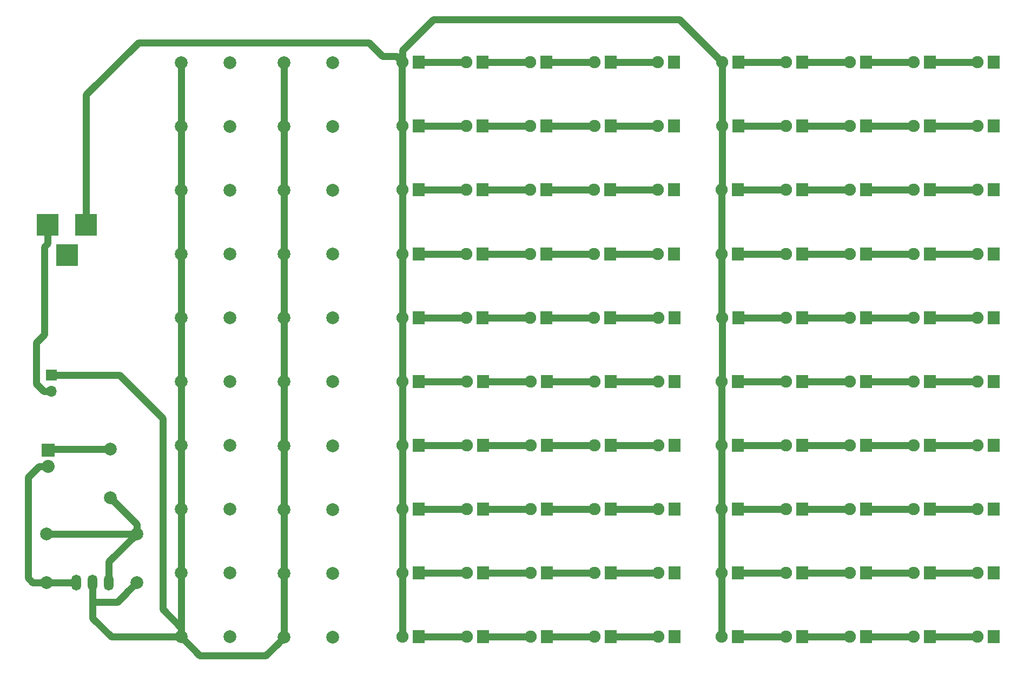
<source format=gbr>
G04 #@! TF.GenerationSoftware,KiCad,Pcbnew,(5.0.0)*
G04 #@! TF.CreationDate,2019-04-16T18:27:59-04:00*
G04 #@! TF.ProjectId,V2 - 2 ,5632202D2032202E6B696361645F7063,rev?*
G04 #@! TF.SameCoordinates,Original*
G04 #@! TF.FileFunction,Copper,L1,Top,Signal*
G04 #@! TF.FilePolarity,Positive*
%FSLAX46Y46*%
G04 Gerber Fmt 4.6, Leading zero omitted, Abs format (unit mm)*
G04 Created by KiCad (PCBNEW (5.0.0)) date 04/16/19 18:27:59*
%MOMM*%
%LPD*%
G01*
G04 APERTURE LIST*
G04 #@! TA.AperFunction,ComponentPad*
%ADD10R,3.500120X3.500120*%
G04 #@! TD*
G04 #@! TA.AperFunction,ComponentPad*
%ADD11R,1.900000X2.000000*%
G04 #@! TD*
G04 #@! TA.AperFunction,ComponentPad*
%ADD12C,1.900000*%
G04 #@! TD*
G04 #@! TA.AperFunction,ComponentPad*
%ADD13R,2.032000X2.032000*%
G04 #@! TD*
G04 #@! TA.AperFunction,ComponentPad*
%ADD14O,2.032000X2.032000*%
G04 #@! TD*
G04 #@! TA.AperFunction,ComponentPad*
%ADD15O,1.501140X2.499360*%
G04 #@! TD*
G04 #@! TA.AperFunction,ComponentPad*
%ADD16C,1.998980*%
G04 #@! TD*
G04 #@! TA.AperFunction,ComponentPad*
%ADD17R,1.700000X1.700000*%
G04 #@! TD*
G04 #@! TA.AperFunction,ComponentPad*
%ADD18O,1.700000X1.700000*%
G04 #@! TD*
G04 #@! TA.AperFunction,Conductor*
%ADD19C,1.100000*%
G04 #@! TD*
G04 APERTURE END LIST*
D10*
G04 #@! TO.P,CON1,1*
G04 #@! TO.N,Net-(CON1-Pad1)*
X74700140Y-64000000D03*
G04 #@! TO.P,CON1,2*
G04 #@! TO.N,GND*
X68700660Y-64000000D03*
G04 #@! TO.P,CON1,3*
G04 #@! TO.N,Net-(CON1-Pad3)*
X71700400Y-68699000D03*
G04 #@! TD*
D11*
G04 #@! TO.P,D1,1*
G04 #@! TO.N,Net-(D1-Pad1)*
X126750000Y-38500000D03*
D12*
G04 #@! TO.P,D1,2*
G04 #@! TO.N,Net-(CON1-Pad1)*
X124210000Y-38500000D03*
G04 #@! TD*
D11*
G04 #@! TO.P,D2,1*
G04 #@! TO.N,Net-(D2-Pad1)*
X136750000Y-38500000D03*
D12*
G04 #@! TO.P,D2,2*
G04 #@! TO.N,Net-(D1-Pad1)*
X134210000Y-38500000D03*
G04 #@! TD*
D11*
G04 #@! TO.P,D3,1*
G04 #@! TO.N,Net-(D3-Pad1)*
X146750000Y-38500000D03*
D12*
G04 #@! TO.P,D3,2*
G04 #@! TO.N,Net-(D2-Pad1)*
X144210000Y-38500000D03*
G04 #@! TD*
D11*
G04 #@! TO.P,D4,1*
G04 #@! TO.N,Net-(D4-Pad1)*
X156790000Y-38500000D03*
D12*
G04 #@! TO.P,D4,2*
G04 #@! TO.N,Net-(D3-Pad1)*
X154250000Y-38500000D03*
G04 #@! TD*
D11*
G04 #@! TO.P,D5,1*
G04 #@! TO.N,Net-(D5-Pad1)*
X166750000Y-38500000D03*
D12*
G04 #@! TO.P,D5,2*
G04 #@! TO.N,Net-(D4-Pad1)*
X164210000Y-38500000D03*
G04 #@! TD*
D11*
G04 #@! TO.P,D6,1*
G04 #@! TO.N,Net-(D6-Pad1)*
X126750000Y-48500000D03*
D12*
G04 #@! TO.P,D6,2*
G04 #@! TO.N,Net-(CON1-Pad1)*
X124210000Y-48500000D03*
G04 #@! TD*
D11*
G04 #@! TO.P,D7,1*
G04 #@! TO.N,Net-(D7-Pad1)*
X136750000Y-48500000D03*
D12*
G04 #@! TO.P,D7,2*
G04 #@! TO.N,Net-(D6-Pad1)*
X134210000Y-48500000D03*
G04 #@! TD*
D11*
G04 #@! TO.P,D8,1*
G04 #@! TO.N,Net-(D8-Pad1)*
X146750000Y-48500000D03*
D12*
G04 #@! TO.P,D8,2*
G04 #@! TO.N,Net-(D7-Pad1)*
X144210000Y-48500000D03*
G04 #@! TD*
D11*
G04 #@! TO.P,D9,1*
G04 #@! TO.N,Net-(D10-Pad2)*
X156790000Y-48500000D03*
D12*
G04 #@! TO.P,D9,2*
G04 #@! TO.N,Net-(D8-Pad1)*
X154250000Y-48500000D03*
G04 #@! TD*
D11*
G04 #@! TO.P,D10,1*
G04 #@! TO.N,Net-(D10-Pad1)*
X166750000Y-48500000D03*
D12*
G04 #@! TO.P,D10,2*
G04 #@! TO.N,Net-(D10-Pad2)*
X164210000Y-48500000D03*
G04 #@! TD*
D11*
G04 #@! TO.P,D11,1*
G04 #@! TO.N,Net-(D11-Pad1)*
X126790000Y-58500000D03*
D12*
G04 #@! TO.P,D11,2*
G04 #@! TO.N,Net-(CON1-Pad1)*
X124250000Y-58500000D03*
G04 #@! TD*
D11*
G04 #@! TO.P,D12,1*
G04 #@! TO.N,Net-(D12-Pad1)*
X136750000Y-58500000D03*
D12*
G04 #@! TO.P,D12,2*
G04 #@! TO.N,Net-(D11-Pad1)*
X134210000Y-58500000D03*
G04 #@! TD*
D11*
G04 #@! TO.P,D13,1*
G04 #@! TO.N,Net-(D13-Pad1)*
X146750000Y-58500000D03*
D12*
G04 #@! TO.P,D13,2*
G04 #@! TO.N,Net-(D12-Pad1)*
X144210000Y-58500000D03*
G04 #@! TD*
D11*
G04 #@! TO.P,D14,1*
G04 #@! TO.N,Net-(D14-Pad1)*
X156750000Y-58500000D03*
D12*
G04 #@! TO.P,D14,2*
G04 #@! TO.N,Net-(D13-Pad1)*
X154210000Y-58500000D03*
G04 #@! TD*
D11*
G04 #@! TO.P,D15,1*
G04 #@! TO.N,Net-(D15-Pad1)*
X166750000Y-58500000D03*
D12*
G04 #@! TO.P,D15,2*
G04 #@! TO.N,Net-(D14-Pad1)*
X164210000Y-58500000D03*
G04 #@! TD*
D11*
G04 #@! TO.P,D16,1*
G04 #@! TO.N,Net-(D16-Pad1)*
X126750000Y-68500000D03*
D12*
G04 #@! TO.P,D16,2*
G04 #@! TO.N,Net-(CON1-Pad1)*
X124210000Y-68500000D03*
G04 #@! TD*
D11*
G04 #@! TO.P,D17,1*
G04 #@! TO.N,Net-(D17-Pad1)*
X136750000Y-68500000D03*
D12*
G04 #@! TO.P,D17,2*
G04 #@! TO.N,Net-(D16-Pad1)*
X134210000Y-68500000D03*
G04 #@! TD*
D11*
G04 #@! TO.P,D18,1*
G04 #@! TO.N,Net-(D18-Pad1)*
X146750000Y-68500000D03*
D12*
G04 #@! TO.P,D18,2*
G04 #@! TO.N,Net-(D17-Pad1)*
X144210000Y-68500000D03*
G04 #@! TD*
D11*
G04 #@! TO.P,D19,1*
G04 #@! TO.N,Net-(D19-Pad1)*
X156750000Y-68500000D03*
D12*
G04 #@! TO.P,D19,2*
G04 #@! TO.N,Net-(D18-Pad1)*
X154210000Y-68500000D03*
G04 #@! TD*
D11*
G04 #@! TO.P,D20,1*
G04 #@! TO.N,Net-(D20-Pad1)*
X166750000Y-68500000D03*
D12*
G04 #@! TO.P,D20,2*
G04 #@! TO.N,Net-(D19-Pad1)*
X164210000Y-68500000D03*
G04 #@! TD*
D11*
G04 #@! TO.P,D21,1*
G04 #@! TO.N,Net-(D21-Pad1)*
X126790000Y-78500000D03*
D12*
G04 #@! TO.P,D21,2*
G04 #@! TO.N,Net-(CON1-Pad1)*
X124250000Y-78500000D03*
G04 #@! TD*
D11*
G04 #@! TO.P,D22,1*
G04 #@! TO.N,Net-(D22-Pad1)*
X136750000Y-78500000D03*
D12*
G04 #@! TO.P,D22,2*
G04 #@! TO.N,Net-(D21-Pad1)*
X134210000Y-78500000D03*
G04 #@! TD*
D11*
G04 #@! TO.P,D23,1*
G04 #@! TO.N,Net-(D23-Pad1)*
X146750000Y-78500000D03*
D12*
G04 #@! TO.P,D23,2*
G04 #@! TO.N,Net-(D22-Pad1)*
X144210000Y-78500000D03*
G04 #@! TD*
D11*
G04 #@! TO.P,D24,1*
G04 #@! TO.N,Net-(D24-Pad1)*
X156750000Y-78500000D03*
D12*
G04 #@! TO.P,D24,2*
G04 #@! TO.N,Net-(D23-Pad1)*
X154210000Y-78500000D03*
G04 #@! TD*
D11*
G04 #@! TO.P,D25,1*
G04 #@! TO.N,Net-(D25-Pad1)*
X166790000Y-78500000D03*
D12*
G04 #@! TO.P,D25,2*
G04 #@! TO.N,Net-(D24-Pad1)*
X164250000Y-78500000D03*
G04 #@! TD*
D11*
G04 #@! TO.P,D26,1*
G04 #@! TO.N,Net-(D26-Pad1)*
X126750000Y-88500000D03*
D12*
G04 #@! TO.P,D26,2*
G04 #@! TO.N,Net-(CON1-Pad1)*
X124210000Y-88500000D03*
G04 #@! TD*
D11*
G04 #@! TO.P,D27,1*
G04 #@! TO.N,Net-(D27-Pad1)*
X136790000Y-88500000D03*
D12*
G04 #@! TO.P,D27,2*
G04 #@! TO.N,Net-(D26-Pad1)*
X134250000Y-88500000D03*
G04 #@! TD*
D11*
G04 #@! TO.P,D28,1*
G04 #@! TO.N,Net-(D28-Pad1)*
X146790000Y-88500000D03*
D12*
G04 #@! TO.P,D28,2*
G04 #@! TO.N,Net-(D27-Pad1)*
X144250000Y-88500000D03*
G04 #@! TD*
D11*
G04 #@! TO.P,D29,1*
G04 #@! TO.N,Net-(D29-Pad1)*
X156790000Y-88500000D03*
D12*
G04 #@! TO.P,D29,2*
G04 #@! TO.N,Net-(D28-Pad1)*
X154250000Y-88500000D03*
G04 #@! TD*
D11*
G04 #@! TO.P,D30,1*
G04 #@! TO.N,Net-(D30-Pad1)*
X166790000Y-88500000D03*
D12*
G04 #@! TO.P,D30,2*
G04 #@! TO.N,Net-(D29-Pad1)*
X164250000Y-88500000D03*
G04 #@! TD*
D11*
G04 #@! TO.P,D31,1*
G04 #@! TO.N,Net-(D31-Pad1)*
X126790000Y-98500000D03*
D12*
G04 #@! TO.P,D31,2*
G04 #@! TO.N,Net-(CON1-Pad1)*
X124250000Y-98500000D03*
G04 #@! TD*
D11*
G04 #@! TO.P,D32,1*
G04 #@! TO.N,Net-(D32-Pad1)*
X136790000Y-98500000D03*
D12*
G04 #@! TO.P,D32,2*
G04 #@! TO.N,Net-(D31-Pad1)*
X134250000Y-98500000D03*
G04 #@! TD*
D11*
G04 #@! TO.P,D33,1*
G04 #@! TO.N,Net-(D33-Pad1)*
X146790000Y-98500000D03*
D12*
G04 #@! TO.P,D33,2*
G04 #@! TO.N,Net-(D32-Pad1)*
X144250000Y-98500000D03*
G04 #@! TD*
D11*
G04 #@! TO.P,D34,1*
G04 #@! TO.N,Net-(D34-Pad1)*
X156790000Y-98500000D03*
D12*
G04 #@! TO.P,D34,2*
G04 #@! TO.N,Net-(D33-Pad1)*
X154250000Y-98500000D03*
G04 #@! TD*
D11*
G04 #@! TO.P,D35,1*
G04 #@! TO.N,Net-(D35-Pad1)*
X166790000Y-98500000D03*
D12*
G04 #@! TO.P,D35,2*
G04 #@! TO.N,Net-(D34-Pad1)*
X164250000Y-98500000D03*
G04 #@! TD*
D11*
G04 #@! TO.P,D36,1*
G04 #@! TO.N,Net-(D36-Pad1)*
X126790000Y-108500000D03*
D12*
G04 #@! TO.P,D36,2*
G04 #@! TO.N,Net-(CON1-Pad1)*
X124250000Y-108500000D03*
G04 #@! TD*
D11*
G04 #@! TO.P,D37,1*
G04 #@! TO.N,Net-(D37-Pad1)*
X136790000Y-108500000D03*
D12*
G04 #@! TO.P,D37,2*
G04 #@! TO.N,Net-(D36-Pad1)*
X134250000Y-108500000D03*
G04 #@! TD*
D11*
G04 #@! TO.P,D38,1*
G04 #@! TO.N,Net-(D38-Pad1)*
X146790000Y-108500000D03*
D12*
G04 #@! TO.P,D38,2*
G04 #@! TO.N,Net-(D37-Pad1)*
X144250000Y-108500000D03*
G04 #@! TD*
D11*
G04 #@! TO.P,D39,1*
G04 #@! TO.N,Net-(D39-Pad1)*
X156790000Y-108500000D03*
D12*
G04 #@! TO.P,D39,2*
G04 #@! TO.N,Net-(D38-Pad1)*
X154250000Y-108500000D03*
G04 #@! TD*
D11*
G04 #@! TO.P,D40,1*
G04 #@! TO.N,Net-(D40-Pad1)*
X166790000Y-108500000D03*
D12*
G04 #@! TO.P,D40,2*
G04 #@! TO.N,Net-(D39-Pad1)*
X164250000Y-108500000D03*
G04 #@! TD*
D11*
G04 #@! TO.P,D41,1*
G04 #@! TO.N,Net-(D41-Pad1)*
X126790000Y-118500000D03*
D12*
G04 #@! TO.P,D41,2*
G04 #@! TO.N,Net-(CON1-Pad1)*
X124250000Y-118500000D03*
G04 #@! TD*
D11*
G04 #@! TO.P,D42,1*
G04 #@! TO.N,Net-(D42-Pad1)*
X136790000Y-118500000D03*
D12*
G04 #@! TO.P,D42,2*
G04 #@! TO.N,Net-(D41-Pad1)*
X134250000Y-118500000D03*
G04 #@! TD*
D11*
G04 #@! TO.P,D43,1*
G04 #@! TO.N,Net-(D43-Pad1)*
X146790000Y-118500000D03*
D12*
G04 #@! TO.P,D43,2*
G04 #@! TO.N,Net-(D42-Pad1)*
X144250000Y-118500000D03*
G04 #@! TD*
D11*
G04 #@! TO.P,D44,1*
G04 #@! TO.N,Net-(D44-Pad1)*
X156790000Y-118500000D03*
D12*
G04 #@! TO.P,D44,2*
G04 #@! TO.N,Net-(D43-Pad1)*
X154250000Y-118500000D03*
G04 #@! TD*
D11*
G04 #@! TO.P,D45,1*
G04 #@! TO.N,Net-(D45-Pad1)*
X166790000Y-118500000D03*
D12*
G04 #@! TO.P,D45,2*
G04 #@! TO.N,Net-(D44-Pad1)*
X164250000Y-118500000D03*
G04 #@! TD*
D11*
G04 #@! TO.P,D46,1*
G04 #@! TO.N,Net-(D46-Pad1)*
X126790000Y-128500000D03*
D12*
G04 #@! TO.P,D46,2*
G04 #@! TO.N,Net-(CON1-Pad1)*
X124250000Y-128500000D03*
G04 #@! TD*
D11*
G04 #@! TO.P,D47,1*
G04 #@! TO.N,Net-(D47-Pad1)*
X136790000Y-128500000D03*
D12*
G04 #@! TO.P,D47,2*
G04 #@! TO.N,Net-(D46-Pad1)*
X134250000Y-128500000D03*
G04 #@! TD*
D11*
G04 #@! TO.P,D48,1*
G04 #@! TO.N,Net-(D48-Pad1)*
X146790000Y-128500000D03*
D12*
G04 #@! TO.P,D48,2*
G04 #@! TO.N,Net-(D47-Pad1)*
X144250000Y-128500000D03*
G04 #@! TD*
D11*
G04 #@! TO.P,D49,1*
G04 #@! TO.N,Net-(D49-Pad1)*
X156790000Y-128500000D03*
D12*
G04 #@! TO.P,D49,2*
G04 #@! TO.N,Net-(D48-Pad1)*
X154250000Y-128500000D03*
G04 #@! TD*
D11*
G04 #@! TO.P,D50,1*
G04 #@! TO.N,Net-(D50-Pad1)*
X166790000Y-128500000D03*
D12*
G04 #@! TO.P,D50,2*
G04 #@! TO.N,Net-(D49-Pad1)*
X164250000Y-128500000D03*
G04 #@! TD*
D11*
G04 #@! TO.P,D51,1*
G04 #@! TO.N,Net-(D51-Pad1)*
X176790000Y-38500000D03*
D12*
G04 #@! TO.P,D51,2*
G04 #@! TO.N,Net-(CON1-Pad1)*
X174250000Y-38500000D03*
G04 #@! TD*
D11*
G04 #@! TO.P,D52,1*
G04 #@! TO.N,Net-(D52-Pad1)*
X186750000Y-38500000D03*
D12*
G04 #@! TO.P,D52,2*
G04 #@! TO.N,Net-(D51-Pad1)*
X184210000Y-38500000D03*
G04 #@! TD*
D11*
G04 #@! TO.P,D53,1*
G04 #@! TO.N,Net-(D53-Pad1)*
X196790000Y-38500000D03*
D12*
G04 #@! TO.P,D53,2*
G04 #@! TO.N,Net-(D52-Pad1)*
X194250000Y-38500000D03*
G04 #@! TD*
D11*
G04 #@! TO.P,D54,1*
G04 #@! TO.N,Net-(D54-Pad1)*
X206790000Y-38500000D03*
D12*
G04 #@! TO.P,D54,2*
G04 #@! TO.N,Net-(D53-Pad1)*
X204250000Y-38500000D03*
G04 #@! TD*
D11*
G04 #@! TO.P,D55,1*
G04 #@! TO.N,Net-(D55-Pad1)*
X216750000Y-38500000D03*
D12*
G04 #@! TO.P,D55,2*
G04 #@! TO.N,Net-(D54-Pad1)*
X214210000Y-38500000D03*
G04 #@! TD*
D11*
G04 #@! TO.P,D56,1*
G04 #@! TO.N,Net-(D56-Pad1)*
X176790000Y-48500000D03*
D12*
G04 #@! TO.P,D56,2*
G04 #@! TO.N,Net-(CON1-Pad1)*
X174250000Y-48500000D03*
G04 #@! TD*
D11*
G04 #@! TO.P,D57,1*
G04 #@! TO.N,Net-(D57-Pad1)*
X186750000Y-48500000D03*
D12*
G04 #@! TO.P,D57,2*
G04 #@! TO.N,Net-(D56-Pad1)*
X184210000Y-48500000D03*
G04 #@! TD*
D11*
G04 #@! TO.P,D58,1*
G04 #@! TO.N,Net-(D58-Pad1)*
X196750000Y-48500000D03*
D12*
G04 #@! TO.P,D58,2*
G04 #@! TO.N,Net-(D57-Pad1)*
X194210000Y-48500000D03*
G04 #@! TD*
D11*
G04 #@! TO.P,D59,1*
G04 #@! TO.N,Net-(D59-Pad1)*
X206750000Y-48500000D03*
D12*
G04 #@! TO.P,D59,2*
G04 #@! TO.N,Net-(D58-Pad1)*
X204210000Y-48500000D03*
G04 #@! TD*
D11*
G04 #@! TO.P,D60,1*
G04 #@! TO.N,Net-(D60-Pad1)*
X216750000Y-48500000D03*
D12*
G04 #@! TO.P,D60,2*
G04 #@! TO.N,Net-(D59-Pad1)*
X214210000Y-48500000D03*
G04 #@! TD*
D11*
G04 #@! TO.P,D61,1*
G04 #@! TO.N,Net-(D61-Pad1)*
X176750000Y-58500000D03*
D12*
G04 #@! TO.P,D61,2*
G04 #@! TO.N,Net-(CON1-Pad1)*
X174210000Y-58500000D03*
G04 #@! TD*
D11*
G04 #@! TO.P,D62,1*
G04 #@! TO.N,Net-(D62-Pad1)*
X186750000Y-58500000D03*
D12*
G04 #@! TO.P,D62,2*
G04 #@! TO.N,Net-(D61-Pad1)*
X184210000Y-58500000D03*
G04 #@! TD*
D11*
G04 #@! TO.P,D63,1*
G04 #@! TO.N,Net-(D63-Pad1)*
X196750000Y-58500000D03*
D12*
G04 #@! TO.P,D63,2*
G04 #@! TO.N,Net-(D62-Pad1)*
X194210000Y-58500000D03*
G04 #@! TD*
D11*
G04 #@! TO.P,D64,1*
G04 #@! TO.N,Net-(D64-Pad1)*
X206750000Y-58500000D03*
D12*
G04 #@! TO.P,D64,2*
G04 #@! TO.N,Net-(D63-Pad1)*
X204210000Y-58500000D03*
G04 #@! TD*
D11*
G04 #@! TO.P,D65,1*
G04 #@! TO.N,Net-(D65-Pad1)*
X216750000Y-58500000D03*
D12*
G04 #@! TO.P,D65,2*
G04 #@! TO.N,Net-(D64-Pad1)*
X214210000Y-58500000D03*
G04 #@! TD*
D11*
G04 #@! TO.P,D66,1*
G04 #@! TO.N,Net-(D66-Pad1)*
X176750000Y-68500000D03*
D12*
G04 #@! TO.P,D66,2*
G04 #@! TO.N,Net-(CON1-Pad1)*
X174210000Y-68500000D03*
G04 #@! TD*
D11*
G04 #@! TO.P,D67,1*
G04 #@! TO.N,Net-(D67-Pad1)*
X186750000Y-68500000D03*
D12*
G04 #@! TO.P,D67,2*
G04 #@! TO.N,Net-(D66-Pad1)*
X184210000Y-68500000D03*
G04 #@! TD*
D11*
G04 #@! TO.P,D68,1*
G04 #@! TO.N,Net-(D68-Pad1)*
X196790000Y-68500000D03*
D12*
G04 #@! TO.P,D68,2*
G04 #@! TO.N,Net-(D67-Pad1)*
X194250000Y-68500000D03*
G04 #@! TD*
D11*
G04 #@! TO.P,D69,1*
G04 #@! TO.N,Net-(D69-Pad1)*
X206750000Y-68500000D03*
D12*
G04 #@! TO.P,D69,2*
G04 #@! TO.N,Net-(D68-Pad1)*
X204210000Y-68500000D03*
G04 #@! TD*
D11*
G04 #@! TO.P,D70,1*
G04 #@! TO.N,Net-(D70-Pad1)*
X216750000Y-68500000D03*
D12*
G04 #@! TO.P,D70,2*
G04 #@! TO.N,Net-(D69-Pad1)*
X214210000Y-68500000D03*
G04 #@! TD*
D11*
G04 #@! TO.P,D71,1*
G04 #@! TO.N,Net-(D71-Pad1)*
X176790000Y-78500000D03*
D12*
G04 #@! TO.P,D71,2*
G04 #@! TO.N,Net-(CON1-Pad1)*
X174250000Y-78500000D03*
G04 #@! TD*
D11*
G04 #@! TO.P,D72,1*
G04 #@! TO.N,Net-(D72-Pad1)*
X186750000Y-78500000D03*
D12*
G04 #@! TO.P,D72,2*
G04 #@! TO.N,Net-(D71-Pad1)*
X184210000Y-78500000D03*
G04 #@! TD*
D11*
G04 #@! TO.P,D73,1*
G04 #@! TO.N,Net-(D73-Pad1)*
X196790000Y-78500000D03*
D12*
G04 #@! TO.P,D73,2*
G04 #@! TO.N,Net-(D72-Pad1)*
X194250000Y-78500000D03*
G04 #@! TD*
D11*
G04 #@! TO.P,D74,1*
G04 #@! TO.N,Net-(D74-Pad1)*
X206750000Y-78500000D03*
D12*
G04 #@! TO.P,D74,2*
G04 #@! TO.N,Net-(D73-Pad1)*
X204210000Y-78500000D03*
G04 #@! TD*
D11*
G04 #@! TO.P,D75,1*
G04 #@! TO.N,Net-(D75-Pad1)*
X216750000Y-78500000D03*
D12*
G04 #@! TO.P,D75,2*
G04 #@! TO.N,Net-(D74-Pad1)*
X214210000Y-78500000D03*
G04 #@! TD*
D11*
G04 #@! TO.P,D76,1*
G04 #@! TO.N,Net-(D76-Pad1)*
X176750000Y-88500000D03*
D12*
G04 #@! TO.P,D76,2*
G04 #@! TO.N,Net-(CON1-Pad1)*
X174210000Y-88500000D03*
G04 #@! TD*
D11*
G04 #@! TO.P,D77,1*
G04 #@! TO.N,Net-(D77-Pad1)*
X186750000Y-88500000D03*
D12*
G04 #@! TO.P,D77,2*
G04 #@! TO.N,Net-(D76-Pad1)*
X184210000Y-88500000D03*
G04 #@! TD*
D11*
G04 #@! TO.P,D78,1*
G04 #@! TO.N,Net-(D78-Pad1)*
X196750000Y-88500000D03*
D12*
G04 #@! TO.P,D78,2*
G04 #@! TO.N,Net-(D77-Pad1)*
X194210000Y-88500000D03*
G04 #@! TD*
D11*
G04 #@! TO.P,D79,1*
G04 #@! TO.N,Net-(D79-Pad1)*
X206750000Y-88500000D03*
D12*
G04 #@! TO.P,D79,2*
G04 #@! TO.N,Net-(D78-Pad1)*
X204210000Y-88500000D03*
G04 #@! TD*
D11*
G04 #@! TO.P,D80,1*
G04 #@! TO.N,Net-(D80-Pad1)*
X216750000Y-88500000D03*
D12*
G04 #@! TO.P,D80,2*
G04 #@! TO.N,Net-(D79-Pad1)*
X214210000Y-88500000D03*
G04 #@! TD*
D11*
G04 #@! TO.P,D81,1*
G04 #@! TO.N,Net-(D81-Pad1)*
X176750000Y-98500000D03*
D12*
G04 #@! TO.P,D81,2*
G04 #@! TO.N,Net-(CON1-Pad1)*
X174210000Y-98500000D03*
G04 #@! TD*
D11*
G04 #@! TO.P,D82,1*
G04 #@! TO.N,Net-(D82-Pad1)*
X186750000Y-98500000D03*
D12*
G04 #@! TO.P,D82,2*
G04 #@! TO.N,Net-(D81-Pad1)*
X184210000Y-98500000D03*
G04 #@! TD*
D11*
G04 #@! TO.P,D83,1*
G04 #@! TO.N,Net-(D83-Pad1)*
X196750000Y-98500000D03*
D12*
G04 #@! TO.P,D83,2*
G04 #@! TO.N,Net-(D82-Pad1)*
X194210000Y-98500000D03*
G04 #@! TD*
D11*
G04 #@! TO.P,D84,1*
G04 #@! TO.N,Net-(D84-Pad1)*
X206750000Y-98500000D03*
D12*
G04 #@! TO.P,D84,2*
G04 #@! TO.N,Net-(D83-Pad1)*
X204210000Y-98500000D03*
G04 #@! TD*
D11*
G04 #@! TO.P,D85,1*
G04 #@! TO.N,Net-(D85-Pad1)*
X216750000Y-98500000D03*
D12*
G04 #@! TO.P,D85,2*
G04 #@! TO.N,Net-(D84-Pad1)*
X214210000Y-98500000D03*
G04 #@! TD*
D11*
G04 #@! TO.P,D86,1*
G04 #@! TO.N,Net-(D86-Pad1)*
X176750000Y-108500000D03*
D12*
G04 #@! TO.P,D86,2*
G04 #@! TO.N,Net-(CON1-Pad1)*
X174210000Y-108500000D03*
G04 #@! TD*
D11*
G04 #@! TO.P,D87,1*
G04 #@! TO.N,Net-(D87-Pad1)*
X186750000Y-108500000D03*
D12*
G04 #@! TO.P,D87,2*
G04 #@! TO.N,Net-(D86-Pad1)*
X184210000Y-108500000D03*
G04 #@! TD*
D11*
G04 #@! TO.P,D88,1*
G04 #@! TO.N,Net-(D88-Pad1)*
X196790000Y-108500000D03*
D12*
G04 #@! TO.P,D88,2*
G04 #@! TO.N,Net-(D87-Pad1)*
X194250000Y-108500000D03*
G04 #@! TD*
D11*
G04 #@! TO.P,D89,1*
G04 #@! TO.N,Net-(D89-Pad1)*
X206750000Y-108500000D03*
D12*
G04 #@! TO.P,D89,2*
G04 #@! TO.N,Net-(D88-Pad1)*
X204210000Y-108500000D03*
G04 #@! TD*
D11*
G04 #@! TO.P,D90,1*
G04 #@! TO.N,Net-(D90-Pad1)*
X216750000Y-108500000D03*
D12*
G04 #@! TO.P,D90,2*
G04 #@! TO.N,Net-(D89-Pad1)*
X214210000Y-108500000D03*
G04 #@! TD*
D11*
G04 #@! TO.P,D91,1*
G04 #@! TO.N,Net-(D91-Pad1)*
X176750000Y-118500000D03*
D12*
G04 #@! TO.P,D91,2*
G04 #@! TO.N,Net-(CON1-Pad1)*
X174210000Y-118500000D03*
G04 #@! TD*
D11*
G04 #@! TO.P,D92,1*
G04 #@! TO.N,Net-(D92-Pad1)*
X186790000Y-118500000D03*
D12*
G04 #@! TO.P,D92,2*
G04 #@! TO.N,Net-(D91-Pad1)*
X184250000Y-118500000D03*
G04 #@! TD*
D11*
G04 #@! TO.P,D93,1*
G04 #@! TO.N,Net-(D93-Pad1)*
X196750000Y-118500000D03*
D12*
G04 #@! TO.P,D93,2*
G04 #@! TO.N,Net-(D92-Pad1)*
X194210000Y-118500000D03*
G04 #@! TD*
D11*
G04 #@! TO.P,D94,1*
G04 #@! TO.N,Net-(D94-Pad1)*
X206750000Y-118500000D03*
D12*
G04 #@! TO.P,D94,2*
G04 #@! TO.N,Net-(D93-Pad1)*
X204210000Y-118500000D03*
G04 #@! TD*
D11*
G04 #@! TO.P,D95,1*
G04 #@! TO.N,Net-(D95-Pad1)*
X216750000Y-118500000D03*
D12*
G04 #@! TO.P,D95,2*
G04 #@! TO.N,Net-(D94-Pad1)*
X214210000Y-118500000D03*
G04 #@! TD*
D11*
G04 #@! TO.P,D96,1*
G04 #@! TO.N,Net-(D96-Pad1)*
X176750000Y-128500000D03*
D12*
G04 #@! TO.P,D96,2*
G04 #@! TO.N,Net-(CON1-Pad1)*
X174210000Y-128500000D03*
G04 #@! TD*
D11*
G04 #@! TO.P,D97,1*
G04 #@! TO.N,Net-(D97-Pad1)*
X186750000Y-128500000D03*
D12*
G04 #@! TO.P,D97,2*
G04 #@! TO.N,Net-(D96-Pad1)*
X184210000Y-128500000D03*
G04 #@! TD*
D11*
G04 #@! TO.P,D98,1*
G04 #@! TO.N,Net-(D98-Pad1)*
X196750000Y-128500000D03*
D12*
G04 #@! TO.P,D98,2*
G04 #@! TO.N,Net-(D97-Pad1)*
X194210000Y-128500000D03*
G04 #@! TD*
D11*
G04 #@! TO.P,D99,1*
G04 #@! TO.N,Net-(D100-Pad2)*
X206750000Y-128500000D03*
D12*
G04 #@! TO.P,D99,2*
G04 #@! TO.N,Net-(D98-Pad1)*
X204210000Y-128500000D03*
G04 #@! TD*
D11*
G04 #@! TO.P,D100,1*
G04 #@! TO.N,Net-(D100-Pad1)*
X216750000Y-128500000D03*
D12*
G04 #@! TO.P,D100,2*
G04 #@! TO.N,Net-(D100-Pad2)*
X214210000Y-128500000D03*
G04 #@! TD*
D13*
G04 #@! TO.P,RP1,1*
G04 #@! TO.N,Net-(P1-Pad1)*
X68750000Y-99250000D03*
D14*
G04 #@! TO.P,RP1,2*
G04 #@! TO.N,GND*
X68750000Y-101790000D03*
G04 #@! TD*
D15*
G04 #@! TO.P,Q1,2*
G04 #@! TO.N,Net-(Q1-Pad2)*
X75710000Y-119986000D03*
G04 #@! TO.P,Q1,1*
G04 #@! TO.N,Net-(Q1-Pad1)*
X78250000Y-119986000D03*
G04 #@! TO.P,Q1,3*
G04 #@! TO.N,GND*
X73170000Y-119986000D03*
G04 #@! TD*
D16*
G04 #@! TO.P,R1,1*
G04 #@! TO.N,Net-(D5-Pad1)*
X97225000Y-38550000D03*
G04 #@! TO.P,R1,2*
G04 #@! TO.N,Net-(Q1-Pad2)*
X89605000Y-38550000D03*
G04 #@! TD*
G04 #@! TO.P,R2,1*
G04 #@! TO.N,Net-(D10-Pad1)*
X97225000Y-48547222D03*
G04 #@! TO.P,R2,2*
G04 #@! TO.N,Net-(Q1-Pad2)*
X89605000Y-48547222D03*
G04 #@! TD*
G04 #@! TO.P,R3,1*
G04 #@! TO.N,Net-(D15-Pad1)*
X97225000Y-58544444D03*
G04 #@! TO.P,R3,2*
G04 #@! TO.N,Net-(Q1-Pad2)*
X89605000Y-58544444D03*
G04 #@! TD*
G04 #@! TO.P,R4,1*
G04 #@! TO.N,Net-(D20-Pad1)*
X97225000Y-68541666D03*
G04 #@! TO.P,R4,2*
G04 #@! TO.N,Net-(Q1-Pad2)*
X89605000Y-68541666D03*
G04 #@! TD*
G04 #@! TO.P,R5,1*
G04 #@! TO.N,Net-(D25-Pad1)*
X97225000Y-78538888D03*
G04 #@! TO.P,R5,2*
G04 #@! TO.N,Net-(Q1-Pad2)*
X89605000Y-78538888D03*
G04 #@! TD*
G04 #@! TO.P,R6,1*
G04 #@! TO.N,Net-(D30-Pad1)*
X97225000Y-88536110D03*
G04 #@! TO.P,R6,2*
G04 #@! TO.N,Net-(Q1-Pad2)*
X89605000Y-88536110D03*
G04 #@! TD*
G04 #@! TO.P,R7,1*
G04 #@! TO.N,Net-(D35-Pad1)*
X97225000Y-98533332D03*
G04 #@! TO.P,R7,2*
G04 #@! TO.N,Net-(Q1-Pad2)*
X89605000Y-98533332D03*
G04 #@! TD*
G04 #@! TO.P,R8,1*
G04 #@! TO.N,Net-(D40-Pad1)*
X97225000Y-108530554D03*
G04 #@! TO.P,R8,2*
G04 #@! TO.N,Net-(Q1-Pad2)*
X89605000Y-108530554D03*
G04 #@! TD*
G04 #@! TO.P,R9,1*
G04 #@! TO.N,Net-(D45-Pad1)*
X97225000Y-118527776D03*
G04 #@! TO.P,R9,2*
G04 #@! TO.N,Net-(Q1-Pad2)*
X89605000Y-118527776D03*
G04 #@! TD*
G04 #@! TO.P,R10,1*
G04 #@! TO.N,Net-(D50-Pad1)*
X97225000Y-128524998D03*
G04 #@! TO.P,R10,2*
G04 #@! TO.N,Net-(Q1-Pad2)*
X89605000Y-128524998D03*
G04 #@! TD*
G04 #@! TO.P,R11,1*
G04 #@! TO.N,Net-(D55-Pad1)*
X113325000Y-38575000D03*
G04 #@! TO.P,R11,2*
G04 #@! TO.N,Net-(Q1-Pad2)*
X105705000Y-38575000D03*
G04 #@! TD*
G04 #@! TO.P,R12,1*
G04 #@! TO.N,Net-(D60-Pad1)*
X113325000Y-48572222D03*
G04 #@! TO.P,R12,2*
G04 #@! TO.N,Net-(Q1-Pad2)*
X105705000Y-48572222D03*
G04 #@! TD*
G04 #@! TO.P,R13,1*
G04 #@! TO.N,Net-(D65-Pad1)*
X113325000Y-58569444D03*
G04 #@! TO.P,R13,2*
G04 #@! TO.N,Net-(Q1-Pad2)*
X105705000Y-58569444D03*
G04 #@! TD*
G04 #@! TO.P,R14,1*
G04 #@! TO.N,Net-(D70-Pad1)*
X113325000Y-68566666D03*
G04 #@! TO.P,R14,2*
G04 #@! TO.N,Net-(Q1-Pad2)*
X105705000Y-68566666D03*
G04 #@! TD*
G04 #@! TO.P,R15,1*
G04 #@! TO.N,Net-(D75-Pad1)*
X113325000Y-78563888D03*
G04 #@! TO.P,R15,2*
G04 #@! TO.N,Net-(Q1-Pad2)*
X105705000Y-78563888D03*
G04 #@! TD*
G04 #@! TO.P,R16,1*
G04 #@! TO.N,Net-(D80-Pad1)*
X113325000Y-88561110D03*
G04 #@! TO.P,R16,2*
G04 #@! TO.N,Net-(Q1-Pad2)*
X105705000Y-88561110D03*
G04 #@! TD*
G04 #@! TO.P,R17,1*
G04 #@! TO.N,Net-(D85-Pad1)*
X113325000Y-98558332D03*
G04 #@! TO.P,R17,2*
G04 #@! TO.N,Net-(Q1-Pad2)*
X105705000Y-98558332D03*
G04 #@! TD*
G04 #@! TO.P,R18,1*
G04 #@! TO.N,Net-(D90-Pad1)*
X113325000Y-108555554D03*
G04 #@! TO.P,R18,2*
G04 #@! TO.N,Net-(Q1-Pad2)*
X105705000Y-108555554D03*
G04 #@! TD*
G04 #@! TO.P,R19,1*
G04 #@! TO.N,Net-(D95-Pad1)*
X113325000Y-118552776D03*
G04 #@! TO.P,R19,2*
G04 #@! TO.N,Net-(Q1-Pad2)*
X105705000Y-118552776D03*
G04 #@! TD*
G04 #@! TO.P,R20,1*
G04 #@! TO.N,Net-(D100-Pad1)*
X113325000Y-128549998D03*
G04 #@! TO.P,R20,2*
G04 #@! TO.N,Net-(Q1-Pad2)*
X105705000Y-128549998D03*
G04 #@! TD*
G04 #@! TO.P,R21,1*
G04 #@! TO.N,Net-(Q1-Pad1)*
X78500000Y-106750000D03*
G04 #@! TO.P,R21,2*
G04 #@! TO.N,Net-(P1-Pad1)*
X78500000Y-99130000D03*
G04 #@! TD*
G04 #@! TO.P,R22,1*
G04 #@! TO.N,Net-(Q1-Pad2)*
X82625000Y-119975000D03*
G04 #@! TO.P,R22,2*
G04 #@! TO.N,Net-(Q1-Pad1)*
X82625000Y-112355000D03*
G04 #@! TD*
G04 #@! TO.P,R23,1*
G04 #@! TO.N,Net-(Q1-Pad1)*
X68525000Y-112375000D03*
G04 #@! TO.P,R23,2*
G04 #@! TO.N,GND*
X68525000Y-119995000D03*
G04 #@! TD*
D17*
G04 #@! TO.P,SW1,1*
G04 #@! TO.N,Net-(Q1-Pad2)*
X69250000Y-87500000D03*
D18*
G04 #@! TO.P,SW1,2*
G04 #@! TO.N,GND*
X69250000Y-90040000D03*
G04 #@! TD*
D19*
G04 #@! TO.N,Net-(CON1-Pad1)*
X174210000Y-118500000D02*
X174210000Y-128500000D01*
X174210000Y-108500000D02*
X174210000Y-118500000D01*
X174210000Y-98500000D02*
X174210000Y-108500000D01*
X174210000Y-88500000D02*
X174210000Y-98500000D01*
X174250000Y-78500000D02*
X174250000Y-88460000D01*
X174250000Y-88460000D02*
X174210000Y-88500000D01*
X174210000Y-68500000D02*
X174210000Y-78460000D01*
X174210000Y-78460000D02*
X174250000Y-78500000D01*
X174210000Y-58500000D02*
X174210000Y-68500000D01*
X174250000Y-48500000D02*
X174250000Y-58460000D01*
X174250000Y-58460000D02*
X174210000Y-58500000D01*
X174250000Y-38500000D02*
X174250000Y-48500000D01*
X129025000Y-31775000D02*
X167525000Y-31775000D01*
X167525000Y-31775000D02*
X174250000Y-38500000D01*
X124210000Y-36590000D02*
X129025000Y-31775000D01*
X124210000Y-38500000D02*
X124210000Y-36590000D01*
X124250000Y-118500000D02*
X124250000Y-128500000D01*
X124250000Y-108500000D02*
X124250000Y-118500000D01*
X124250000Y-98500000D02*
X124250000Y-99843502D01*
X124250000Y-99843502D02*
X124250000Y-108500000D01*
X124210000Y-88500000D02*
X124210000Y-98460000D01*
X124210000Y-98460000D02*
X124250000Y-98500000D01*
X124250000Y-78500000D02*
X124250000Y-88460000D01*
X124250000Y-88460000D02*
X124210000Y-88500000D01*
X124210000Y-68500000D02*
X124210000Y-78460000D01*
X124210000Y-78460000D02*
X124250000Y-78500000D01*
X124250000Y-58500000D02*
X124250000Y-68460000D01*
X124250000Y-68460000D02*
X124210000Y-68500000D01*
X124210000Y-48500000D02*
X124210000Y-58460000D01*
X124210000Y-58460000D02*
X124250000Y-58500000D01*
X124210000Y-38500000D02*
X124150000Y-38560000D01*
X124150000Y-38560000D02*
X124150000Y-48500000D01*
X124150000Y-48500000D02*
X124180000Y-48530000D01*
X124180000Y-48530000D02*
X124210000Y-48500000D01*
X74700140Y-43599860D02*
X74700140Y-64000000D01*
X82860000Y-35440000D02*
X74700140Y-43599860D01*
X118930000Y-35440000D02*
X82860000Y-35440000D01*
X121040001Y-37550001D02*
X118930000Y-35440000D01*
X124210000Y-38500000D02*
X123260001Y-37550001D01*
X123260001Y-37550001D02*
X121040001Y-37550001D01*
G04 #@! TO.N,GND*
X68525000Y-119995000D02*
X73161000Y-119995000D01*
X73161000Y-119995000D02*
X73170000Y-119986000D01*
X67313160Y-101790000D02*
X65590000Y-103513160D01*
X68750000Y-101790000D02*
X67313160Y-101790000D01*
X65590000Y-103513160D02*
X65590000Y-119260000D01*
X66325000Y-119995000D02*
X68525000Y-119995000D01*
X65590000Y-119260000D02*
X66325000Y-119995000D01*
X68700660Y-64000000D02*
X68700660Y-66850060D01*
X68047919Y-90040000D02*
X69250000Y-90040000D01*
X68700660Y-66850060D02*
X68130000Y-67420720D01*
X68130000Y-67420720D02*
X68130000Y-81160000D01*
X68130000Y-81160000D02*
X66860000Y-82430000D01*
X66860000Y-82430000D02*
X66860000Y-88852081D01*
X66860000Y-88852081D02*
X68047919Y-90040000D01*
G04 #@! TO.N,Net-(D1-Pad1)*
X126750000Y-38500000D02*
X134210000Y-38500000D01*
G04 #@! TO.N,Net-(D2-Pad1)*
X136750000Y-38500000D02*
X144210000Y-38500000D01*
G04 #@! TO.N,Net-(D3-Pad1)*
X146750000Y-38500000D02*
X154250000Y-38500000D01*
G04 #@! TO.N,Net-(D4-Pad1)*
X156790000Y-38500000D02*
X164210000Y-38500000D01*
G04 #@! TO.N,Net-(D6-Pad1)*
X126750000Y-48500000D02*
X134210000Y-48500000D01*
G04 #@! TO.N,Net-(D7-Pad1)*
X136750000Y-48500000D02*
X144210000Y-48500000D01*
G04 #@! TO.N,Net-(D8-Pad1)*
X146750000Y-48500000D02*
X154250000Y-48500000D01*
G04 #@! TO.N,Net-(D10-Pad2)*
X156790000Y-48500000D02*
X164210000Y-48500000D01*
G04 #@! TO.N,Net-(D11-Pad1)*
X126790000Y-58500000D02*
X134210000Y-58500000D01*
G04 #@! TO.N,Net-(D12-Pad1)*
X136750000Y-58500000D02*
X144210000Y-58500000D01*
G04 #@! TO.N,Net-(D13-Pad1)*
X146750000Y-58500000D02*
X154210000Y-58500000D01*
G04 #@! TO.N,Net-(D14-Pad1)*
X156750000Y-58500000D02*
X164210000Y-58500000D01*
G04 #@! TO.N,Net-(D16-Pad1)*
X126750000Y-68500000D02*
X134210000Y-68500000D01*
G04 #@! TO.N,Net-(D17-Pad1)*
X136750000Y-68500000D02*
X144210000Y-68500000D01*
G04 #@! TO.N,Net-(D18-Pad1)*
X146750000Y-68500000D02*
X154210000Y-68500000D01*
G04 #@! TO.N,Net-(D19-Pad1)*
X156750000Y-68500000D02*
X164210000Y-68500000D01*
G04 #@! TO.N,Net-(D21-Pad1)*
X126790000Y-78500000D02*
X134210000Y-78500000D01*
G04 #@! TO.N,Net-(D22-Pad1)*
X136750000Y-78500000D02*
X137950000Y-78500000D01*
X137950000Y-78500000D02*
X144210000Y-78500000D01*
G04 #@! TO.N,Net-(D23-Pad1)*
X146750000Y-78500000D02*
X154210000Y-78500000D01*
G04 #@! TO.N,Net-(D24-Pad1)*
X156750000Y-78500000D02*
X164250000Y-78500000D01*
G04 #@! TO.N,Net-(D26-Pad1)*
X126750000Y-88500000D02*
X134250000Y-88500000D01*
G04 #@! TO.N,Net-(D27-Pad1)*
X136790000Y-88500000D02*
X144250000Y-88500000D01*
G04 #@! TO.N,Net-(D28-Pad1)*
X146790000Y-88500000D02*
X154250000Y-88500000D01*
G04 #@! TO.N,Net-(D29-Pad1)*
X156790000Y-88500000D02*
X164250000Y-88500000D01*
G04 #@! TO.N,Net-(D31-Pad1)*
X126790000Y-98500000D02*
X134250000Y-98500000D01*
G04 #@! TO.N,Net-(D32-Pad1)*
X136790000Y-98500000D02*
X144250000Y-98500000D01*
G04 #@! TO.N,Net-(D33-Pad1)*
X146790000Y-98500000D02*
X154250000Y-98500000D01*
G04 #@! TO.N,Net-(D34-Pad1)*
X156790000Y-98500000D02*
X164250000Y-98500000D01*
G04 #@! TO.N,Net-(D36-Pad1)*
X126790000Y-108500000D02*
X134250000Y-108500000D01*
G04 #@! TO.N,Net-(D37-Pad1)*
X136790000Y-108500000D02*
X144250000Y-108500000D01*
G04 #@! TO.N,Net-(D38-Pad1)*
X146790000Y-108500000D02*
X154250000Y-108500000D01*
G04 #@! TO.N,Net-(D39-Pad1)*
X156790000Y-108500000D02*
X164250000Y-108500000D01*
G04 #@! TO.N,Net-(D41-Pad1)*
X126790000Y-118500000D02*
X134250000Y-118500000D01*
G04 #@! TO.N,Net-(D42-Pad1)*
X136790000Y-118500000D02*
X144250000Y-118500000D01*
G04 #@! TO.N,Net-(D43-Pad1)*
X146790000Y-118500000D02*
X154250000Y-118500000D01*
G04 #@! TO.N,Net-(D44-Pad1)*
X156790000Y-118500000D02*
X164250000Y-118500000D01*
G04 #@! TO.N,Net-(D46-Pad1)*
X126790000Y-128500000D02*
X134250000Y-128500000D01*
G04 #@! TO.N,Net-(D47-Pad1)*
X136790000Y-128500000D02*
X144250000Y-128500000D01*
G04 #@! TO.N,Net-(D48-Pad1)*
X146790000Y-128500000D02*
X154250000Y-128500000D01*
G04 #@! TO.N,Net-(D49-Pad1)*
X156790000Y-128500000D02*
X164250000Y-128500000D01*
G04 #@! TO.N,Net-(D51-Pad1)*
X176790000Y-38500000D02*
X184210000Y-38500000D01*
G04 #@! TO.N,Net-(D52-Pad1)*
X186750000Y-38500000D02*
X194250000Y-38500000D01*
G04 #@! TO.N,Net-(D53-Pad1)*
X196790000Y-38500000D02*
X204250000Y-38500000D01*
G04 #@! TO.N,Net-(D54-Pad1)*
X206790000Y-38500000D02*
X214210000Y-38500000D01*
G04 #@! TO.N,Net-(D56-Pad1)*
X176790000Y-48500000D02*
X184210000Y-48500000D01*
G04 #@! TO.N,Net-(D57-Pad1)*
X186750000Y-48500000D02*
X194210000Y-48500000D01*
G04 #@! TO.N,Net-(D58-Pad1)*
X196750000Y-48500000D02*
X204210000Y-48500000D01*
G04 #@! TO.N,Net-(D59-Pad1)*
X206750000Y-48500000D02*
X214210000Y-48500000D01*
G04 #@! TO.N,Net-(D61-Pad1)*
X176750000Y-58500000D02*
X184210000Y-58500000D01*
G04 #@! TO.N,Net-(D62-Pad1)*
X186750000Y-58500000D02*
X194210000Y-58500000D01*
G04 #@! TO.N,Net-(D63-Pad1)*
X196750000Y-58500000D02*
X204210000Y-58500000D01*
G04 #@! TO.N,Net-(D64-Pad1)*
X206750000Y-58500000D02*
X214210000Y-58500000D01*
G04 #@! TO.N,Net-(D66-Pad1)*
X176750000Y-68500000D02*
X177950000Y-68500000D01*
X177950000Y-68500000D02*
X184210000Y-68500000D01*
G04 #@! TO.N,Net-(D67-Pad1)*
X186750000Y-68500000D02*
X194250000Y-68500000D01*
G04 #@! TO.N,Net-(D68-Pad1)*
X196790000Y-68500000D02*
X204210000Y-68500000D01*
G04 #@! TO.N,Net-(D69-Pad1)*
X206750000Y-68500000D02*
X214210000Y-68500000D01*
G04 #@! TO.N,Net-(D71-Pad1)*
X176790000Y-78500000D02*
X184210000Y-78500000D01*
G04 #@! TO.N,Net-(D72-Pad1)*
X186750000Y-78500000D02*
X194250000Y-78500000D01*
G04 #@! TO.N,Net-(D73-Pad1)*
X196790000Y-78500000D02*
X204210000Y-78500000D01*
G04 #@! TO.N,Net-(D74-Pad1)*
X206750000Y-78500000D02*
X214210000Y-78500000D01*
G04 #@! TO.N,Net-(D76-Pad1)*
X176750000Y-88500000D02*
X184210000Y-88500000D01*
G04 #@! TO.N,Net-(D77-Pad1)*
X186750000Y-88500000D02*
X194210000Y-88500000D01*
G04 #@! TO.N,Net-(D78-Pad1)*
X196750000Y-88500000D02*
X204210000Y-88500000D01*
G04 #@! TO.N,Net-(D79-Pad1)*
X206750000Y-88500000D02*
X207950000Y-88500000D01*
X207950000Y-88500000D02*
X214210000Y-88500000D01*
G04 #@! TO.N,Net-(D81-Pad1)*
X176750000Y-98500000D02*
X184210000Y-98500000D01*
G04 #@! TO.N,Net-(D82-Pad1)*
X186750000Y-98500000D02*
X194210000Y-98500000D01*
G04 #@! TO.N,Net-(D83-Pad1)*
X196750000Y-98500000D02*
X204210000Y-98500000D01*
G04 #@! TO.N,Net-(D84-Pad1)*
X206750000Y-98500000D02*
X214210000Y-98500000D01*
G04 #@! TO.N,Net-(D86-Pad1)*
X176750000Y-108500000D02*
X184210000Y-108500000D01*
G04 #@! TO.N,Net-(D87-Pad1)*
X186750000Y-108500000D02*
X194250000Y-108500000D01*
G04 #@! TO.N,Net-(D88-Pad1)*
X196790000Y-108500000D02*
X204210000Y-108500000D01*
G04 #@! TO.N,Net-(D89-Pad1)*
X206750000Y-108500000D02*
X214210000Y-108500000D01*
G04 #@! TO.N,Net-(D91-Pad1)*
X176750000Y-118500000D02*
X184250000Y-118500000D01*
G04 #@! TO.N,Net-(D92-Pad1)*
X186790000Y-118500000D02*
X194210000Y-118500000D01*
G04 #@! TO.N,Net-(D93-Pad1)*
X196750000Y-118500000D02*
X204210000Y-118500000D01*
G04 #@! TO.N,Net-(D94-Pad1)*
X206750000Y-118500000D02*
X214210000Y-118500000D01*
G04 #@! TO.N,Net-(D96-Pad1)*
X176750000Y-128500000D02*
X184210000Y-128500000D01*
G04 #@! TO.N,Net-(D97-Pad1)*
X186750000Y-128500000D02*
X194210000Y-128500000D01*
G04 #@! TO.N,Net-(D98-Pad1)*
X196750000Y-128500000D02*
X204210000Y-128500000D01*
G04 #@! TO.N,Net-(D100-Pad2)*
X206750000Y-128500000D02*
X214210000Y-128500000D01*
G04 #@! TO.N,Net-(P1-Pad1)*
X78500000Y-99130000D02*
X68870000Y-99130000D01*
X68870000Y-99130000D02*
X68750000Y-99250000D01*
G04 #@! TO.N,Net-(Q1-Pad2)*
X86700000Y-94300000D02*
X79900000Y-87500000D01*
X79900000Y-87500000D02*
X69250000Y-87500000D01*
X86700000Y-124206506D02*
X86700000Y-94300000D01*
X89605000Y-128524998D02*
X89605000Y-127111506D01*
X89605000Y-127111506D02*
X86700000Y-124206506D01*
X75710000Y-119986000D02*
X75710000Y-120485110D01*
X89605000Y-128524998D02*
X92505002Y-131425000D01*
X92505002Y-131425000D02*
X102829998Y-131425000D01*
X102829998Y-131425000D02*
X104705511Y-129549487D01*
X104705511Y-129549487D02*
X105705000Y-128549998D01*
X105705000Y-118552776D02*
X105705000Y-128549998D01*
X105705000Y-108555554D02*
X105705000Y-118552776D01*
X105705000Y-98558332D02*
X105705000Y-108555554D01*
X105705000Y-88561110D02*
X105705000Y-89974602D01*
X105705000Y-89974602D02*
X105705000Y-98558332D01*
X105705000Y-78563888D02*
X105705000Y-88561110D01*
X105705000Y-68566666D02*
X105705000Y-78563888D01*
X105705000Y-58569444D02*
X105705000Y-68566666D01*
X105705000Y-48572222D02*
X105705000Y-58569444D01*
X105705000Y-38575000D02*
X105705000Y-48572222D01*
X89605000Y-118527776D02*
X89605000Y-128524998D01*
X89605000Y-108530554D02*
X89605000Y-118527776D01*
X89605000Y-98533332D02*
X89605000Y-108530554D01*
X89605000Y-88536110D02*
X89605000Y-89949602D01*
X89605000Y-89949602D02*
X89605000Y-98533332D01*
X89605000Y-78538888D02*
X89605000Y-88536110D01*
X89605000Y-68541666D02*
X89605000Y-78538888D01*
X89605000Y-58544444D02*
X89605000Y-59957936D01*
X89605000Y-59957936D02*
X89605000Y-68541666D01*
X89605000Y-48547222D02*
X89605000Y-49960714D01*
X89605000Y-49960714D02*
X89605000Y-58544444D01*
X89605000Y-38550000D02*
X89625000Y-38570000D01*
X89625000Y-38570000D02*
X89625000Y-48527222D01*
X89625000Y-48527222D02*
X89605000Y-48547222D01*
X89605000Y-128524998D02*
X78664998Y-128524998D01*
X78664998Y-128524998D02*
X75710000Y-125570000D01*
X79560000Y-123070000D02*
X75710000Y-123070000D01*
X81039310Y-121590690D02*
X79560000Y-123070000D01*
X81039310Y-121560690D02*
X81039310Y-121590690D01*
X82625000Y-119975000D02*
X81039310Y-121560690D01*
X75710000Y-125570000D02*
X75710000Y-123070000D01*
X75710000Y-123070000D02*
X75710000Y-120485110D01*
G04 #@! TO.N,Net-(Q1-Pad1)*
X78250000Y-119986000D02*
X78250000Y-116730000D01*
X78250000Y-116730000D02*
X82625000Y-112355000D01*
X82625000Y-112355000D02*
X82625000Y-110875000D01*
X82625000Y-110875000D02*
X78500000Y-106750000D01*
X82625000Y-112355000D02*
X68545000Y-112355000D01*
X68545000Y-112355000D02*
X68525000Y-112375000D01*
G04 #@! TD*
M02*

</source>
